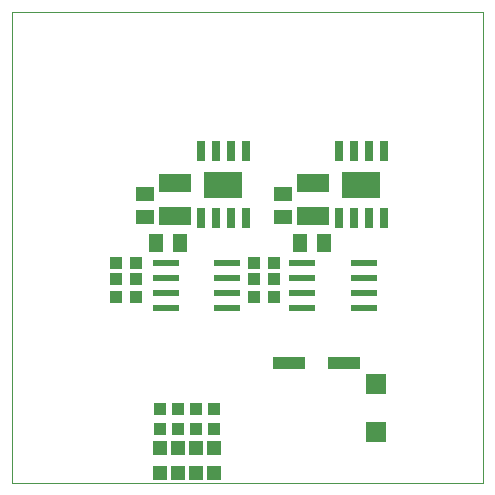
<source format=gbr>
G75*
%MOIN*%
%OFA0B0*%
%FSLAX24Y24*%
%IPPOS*%
%LPD*%
%AMOC8*
5,1,8,0,0,1.08239X$1,22.5*
%
%ADD10C,0.0010*%
%ADD11R,0.0433X0.0394*%
%ADD12R,0.0472X0.0472*%
%ADD13R,0.0669X0.0709*%
%ADD14R,0.0256X0.0689*%
%ADD15R,0.1260X0.0906*%
%ADD16R,0.0630X0.0512*%
%ADD17R,0.0866X0.0236*%
%ADD18R,0.1063X0.0630*%
%ADD19R,0.1102X0.0394*%
%ADD20R,0.0512X0.0630*%
%ADD21R,0.0394X0.0433*%
D10*
X000233Y000914D02*
X000233Y016614D01*
X015933Y016614D01*
X015933Y000914D01*
X000233Y000914D01*
D11*
X005183Y002729D03*
X005783Y002729D03*
X006383Y002729D03*
X006983Y002729D03*
X006983Y003398D03*
X006383Y003398D03*
X005783Y003398D03*
X005183Y003398D03*
X004368Y008264D03*
X003699Y008264D03*
X008299Y008264D03*
X008968Y008264D03*
D12*
X006983Y002077D03*
X006383Y002077D03*
X005783Y002077D03*
X005183Y002077D03*
X005183Y001250D03*
X005783Y001250D03*
X006383Y001250D03*
X006983Y001250D03*
D13*
X012383Y002607D03*
X012383Y004221D03*
D14*
X012133Y009761D03*
X011633Y009761D03*
X011133Y009761D03*
X012633Y009761D03*
X012633Y011966D03*
X012133Y011966D03*
X011633Y011966D03*
X011133Y011966D03*
X008033Y011966D03*
X007533Y011966D03*
X007033Y011966D03*
X006533Y011966D03*
X006533Y009761D03*
X007033Y009761D03*
X007533Y009761D03*
X008033Y009761D03*
D15*
X007283Y010864D03*
X011883Y010864D03*
D16*
X009283Y010557D03*
X009283Y009770D03*
X004683Y009770D03*
X004683Y010557D03*
D17*
X005360Y008264D03*
X005360Y007764D03*
X005360Y007264D03*
X005360Y006764D03*
X007407Y006764D03*
X007407Y007264D03*
X007407Y007764D03*
X007407Y008264D03*
X009910Y008264D03*
X009910Y007764D03*
X009910Y007264D03*
X009910Y006764D03*
X011957Y006764D03*
X011957Y007264D03*
X011957Y007764D03*
X011957Y008264D03*
D18*
X010283Y009813D03*
X010283Y010915D03*
X005683Y010915D03*
X005683Y009813D03*
D19*
X009458Y004914D03*
X011309Y004914D03*
D20*
X010627Y008914D03*
X009840Y008914D03*
X005827Y008914D03*
X005040Y008914D03*
D21*
X004368Y007714D03*
X004368Y007114D03*
X003699Y007114D03*
X003699Y007714D03*
X008299Y007714D03*
X008299Y007114D03*
X008968Y007114D03*
X008968Y007714D03*
M02*

</source>
